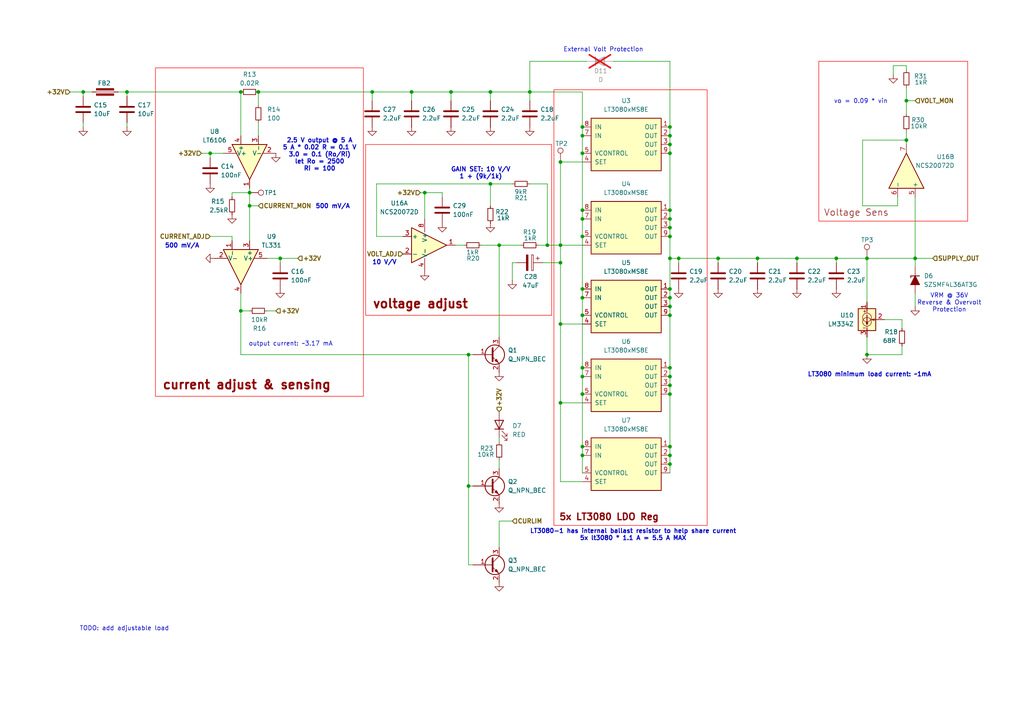
<source format=kicad_sch>
(kicad_sch (version 20231120) (generator "eeschema") (generator_version "8.0")
  (paper "A4")
  (lib_symbols
    (symbol "Amplifier_Current:LT6106" (pin_names (offset 0.127))
      (property "Reference" "U" (at 1.27 5.08 0))
      (property "Value" "LT6106" (at 0 -5.08 0))
      (symbol "LT6106_0_1"
        (polyline (pts (xy -5.08 5.08) (xy 5.08 0) (xy -5.08 -5.08) (xy -5.08 5.08)) (stroke (width 0.254)) (fill (type background)))
      )
      (symbol "LT6106_1_1"
        (pin open_collector line (at 7.62 0 180) (length 2.54) (name "~") (number "1"))
        (pin power_in line (at -2.54 -7.62 90) (length 3.81) (name "V-") (number "2"))
        (pin input line (at -7.62 -2.54 0) (length 2.54) (name "-") (number "3"))
        (pin input line (at -7.62 2.54 0) (length 2.54) (name "+") (number "4"))
        (pin power_in line (at -2.54 7.62 270) (length 3.81) (name "V+") (number "5"))
      )
    )
    (symbol "Amplifier_Operational:NCS20072D" (pin_names (offset 0.127))
      (property "Reference" "U" (at 2.54 6.35 0))
      (property "Value" "NCS20072D" (at 2.54 3.81 0))
      (symbol "NCS20072D_1_1"
        (polyline (pts (xy 5.08 0) (xy -5.08 5.08) (xy -5.08 -5.08) (xy 5.08 0)) (stroke (width 0.254)) (fill (type background)))
        (pin output line (at 7.62 0 180) (length 2.54) (name "~") (number "1"))
        (pin input line (at -7.62 -2.54 0) (length 2.54) (name "-") (number "2"))
        (pin input line (at -7.62 2.54 0) (length 2.54) (name "+") (number "3"))
      )
      (symbol "NCS20072D_2_1"
        (polyline (pts (xy 5.08 0) (xy -5.08 5.08) (xy -5.08 -5.08) (xy 5.08 0)) (stroke (width 0.254)) (fill (type background)))
        (pin input line (at -7.62 2.54 0) (length 2.54) (name "+") (number "5"))
        (pin input line (at -7.62 -2.54 0) (length 2.54) (name "-") (number "6"))
        (pin output line (at 7.62 0 180) (length 2.54) (name "~") (number "7"))
      )
      (symbol "NCS20072D_3_1"
        (pin power_in line (at 0 -7.62 90) (length 3.81) (name "V-") (number "4"))
        (pin power_in line (at 0 7.62 270) (length 3.81) (name "V+") (number "8"))
      )
    )
    (symbol "Comparator:TL331" (pin_names (offset 0.127))
      (property "Reference" "U" (at 1.27 5.08 0))
      (property "Value" "TL331" (at 3.81 -5.08 0))
      (symbol "TL331_0_1"
        (polyline (pts (xy -5.08 5.08) (xy 5.08 0) (xy -5.08 -5.08) (xy -5.08 5.08)) (stroke (width 0.254)) (fill (type background)))
      )
      (symbol "TL331_1_1"
        (pin input line (at -7.62 -2.54 0) (length 2.54) (name "-") (number "1"))
        (pin power_in line (at -2.54 -7.62 90) (length 3.81) (name "V-") (number "2"))
        (pin input line (at -7.62 2.54 0) (length 2.54) (name "+") (number "3"))
        (pin open_collector line (at 7.62 0 180) (length 2.54) (name "~") (number "4"))
        (pin power_in line (at -2.54 7.62 270) (length 3.81) (name "V+") (number "5"))
      )
    )
    (symbol "Connector:TestPoint" (pin_numbers hide) (pin_names (offset 0.762) hide)
      (property "Reference" "TP" (at 0 6.858 0))
      (property "Value" "TestPoint" (at 0 5.08 0))
      (symbol "TestPoint_0_1"
        (circle (center 0 3.302) (radius 0.762))
      )
      (symbol "TestPoint_1_1"
        (pin passive line (at 0 0 90) (length 2.54) (name "1") (number "1"))
      )
    )
    (symbol "Device:C" (pin_numbers hide) (pin_names (offset 0.254))
      (property "Reference" "C" (at 0.635 2.54 0))
      (property "Value" "C" (at 0.635 -2.54 0))
      (symbol "C_0_1"
        (polyline (pts (xy -2.032 -0.762) (xy 2.032 -0.762)) (stroke (width 0.508)))
        (polyline (pts (xy -2.032 0.762) (xy 2.032 0.762)) (stroke (width 0.508)))
      )
      (symbol "C_1_1"
        (pin passive line (at 0 3.81 270) (length 2.794) (name "~") (number "1"))
        (pin passive line (at 0 -3.81 90) (length 2.794) (name "~") (number "2"))
      )
    )
    (symbol "Device:C_Polarized" (pin_numbers hide) (pin_names (offset 0.254))
      (property "Reference" "C" (at 0.635 2.54 0))
      (property "Value" "C_Polarized" (at 0.635 -2.54 0))
      (symbol "C_Polarized_0_1"
        (rectangle (start -2.286 0.508) (end 2.286 1.016))
        (polyline (pts (xy -1.778 2.286) (xy -0.762 2.286)))
        (polyline (pts (xy -1.27 2.794) (xy -1.27 1.778)))
        (rectangle (start 2.286 -0.508) (end -2.286 -1.016) (fill (type outline)))
      )
      (symbol "C_Polarized_1_1"
        (pin passive line (at 0 3.81 270) (length 2.794) (name "~") (number "1"))
        (pin passive line (at 0 -3.81 90) (length 2.794) (name "~") (number "2"))
      )
    )
    (symbol "Device:D" (pin_numbers hide) (pin_names (offset 1.016) hide)
      (property "Reference" "D" (at 0 2.54 0))
      (property "Value" "D" (at 0 -2.54 0))
      (symbol "D_0_1"
        (polyline (pts (xy -1.27 1.27) (xy -1.27 -1.27)) (stroke (width 0.254)))
        (polyline (pts (xy 1.27 0) (xy -1.27 0)))
        (polyline (pts (xy 1.27 1.27) (xy 1.27 -1.27) (xy -1.27 0) (xy 1.27 1.27)) (stroke (width 0.254)))
      )
      (symbol "D_1_1"
        (pin passive line (at -3.81 0 0) (length 2.54) (name "K") (number "1"))
        (pin passive line (at 3.81 0 180) (length 2.54) (name "A") (number "2"))
      )
    )
    (symbol "Device:LED" (pin_numbers hide) (pin_names (offset 1.016) hide)
      (property "Reference" "D" (at 0 2.54 0))
      (property "Value" "LED" (at 0 -2.54 0))
      (symbol "LED_0_1"
        (polyline (pts (xy -1.27 -1.27) (xy -1.27 1.27)) (stroke (width 0.254)))
        (polyline (pts (xy -1.27 0) (xy 1.27 0)))
        (polyline (pts (xy 1.27 -1.27) (xy 1.27 1.27) (xy -1.27 0) (xy 1.27 -1.27)) (stroke (width 0.254)))
        (polyline (pts (xy -3.048 -0.762) (xy -4.572 -2.286) (xy -3.81 -2.286) (xy -4.572 -2.286) (xy -4.572 -1.524)))
        (polyline (pts (xy -1.778 -0.762) (xy -3.302 -2.286) (xy -2.54 -2.286) (xy -3.302 -2.286) (xy -3.302 -1.524)))
      )
      (symbol "LED_1_1"
        (pin passive line (at -3.81 0 0) (length 2.54) (name "K") (number "1"))
        (pin passive line (at 3.81 0 180) (length 2.54) (name "A") (number "2"))
      )
    )
    (symbol "Device:Q_NPN_BEC" (pin_names (offset 0) hide)
      (property "Reference" "Q" (at 5.08 1.27 0))
      (property "Value" "Q_NPN_BEC" (at 5.08 -1.27 0))
      (symbol "Q_NPN_BEC_0_1"
        (polyline (pts (xy 0.635 0.635) (xy 2.54 2.54)))
        (polyline (pts (xy 0.635 -0.635) (xy 2.54 -2.54) (xy 2.54 -2.54)))
        (polyline (pts (xy 0.635 1.905) (xy 0.635 -1.905) (xy 0.635 -1.905)) (stroke (width 0.508)))
        (polyline (pts (xy 1.27 -1.778) (xy 1.778 -1.27) (xy 2.286 -2.286) (xy 1.27 -1.778) (xy 1.27 -1.778)) (fill (type outline)))
        (circle (center 1.27 0) (radius 2.8194) (stroke (width 0.254)))
      )
      (symbol "Q_NPN_BEC_1_1"
        (pin input line (at -5.08 0 0) (length 5.715) (name "B") (number "1"))
        (pin passive line (at 2.54 -5.08 90) (length 2.54) (name "E") (number "2"))
        (pin passive line (at 2.54 5.08 270) (length 2.54) (name "C") (number "3"))
      )
    )
    (symbol "Device:R_Small" (pin_numbers hide) (pin_names (offset 0.254) hide)
      (property "Reference" "R" (at 0.762 0.508 0))
      (property "Value" "R_Small" (at 0.762 -1.016 0))
      (symbol "R_Small_0_1"
        (rectangle (start -0.762 1.778) (end 0.762 -1.778) (stroke (width 0.2032)))
      )
      (symbol "R_Small_1_1"
        (pin passive line (at 0 2.54 270) (length 0.762) (name "~") (number "1"))
        (pin passive line (at 0 -2.54 90) (length 0.762) (name "~") (number "2"))
      )
    )
    (symbol "PCM_Device_AKL:Ferrite_Bead" (pin_numbers hide) (pin_names (offset 0))
      (property "Reference" "FB" (at 0 4.572 0))
      (property "Value" "Ferrite_Bead" (at 0 3.175 0))
      (symbol "Ferrite_Bead_0_1"
        (rectangle (start -2.54 1.016) (end 2.54 0.508) (fill (type outline)))
        (polyline (pts (xy 2.54 0) (xy -2.54 0)))
      )
      (symbol "Ferrite_Bead_1_1"
        (rectangle (start -2.54 -0.508) (end 2.54 -1.016) (fill (type outline)))
        (pin passive line (at -3.81 0 0) (length 1.27) (name "~") (number "1"))
        (pin passive line (at 3.81 0 180) (length 1.27) (name "~") (number "2"))
      )
    )
    (symbol "PCM_Diode_TVS_AKL:D_TVS_Unidirectional_Generic" (pin_numbers hide) (pin_names (offset 1.016) hide)
      (property "Reference" "D" (at 0 5.08 0))
      (property "Value" "D_TVS_Unidirectional_Generic" (at 0 2.54 0))
      (symbol "D_TVS_Unidirectional_Generic_0_1"
        (polyline (pts (xy -1.27 0) (xy 1.27 0)))
        (polyline (pts (xy 1.27 -1.27) (xy 1.27 1.27)) (stroke (width 0.254)))
        (polyline (pts (xy 1.27 1.27) (xy 0.762 1.27)) (stroke (width 0.254)))
        (polyline (pts (xy -1.27 1.27) (xy -1.27 -1.27) (xy 1.27 0) (xy -1.27 1.27)) (stroke (width 0.254)) (fill (type outline)))
      )
      (symbol "D_TVS_Unidirectional_Generic_1_1"
        (pin passive line (at 3.81 0 180) (length 2.54) (name "K") (number "1"))
        (pin passive line (at -3.81 0 0) (length 2.54) (name "A") (number "2"))
      )
    )
    (symbol "Reference_Current:LM334Z"
      (property "Reference" "U" (at 0.635 6.35 0))
      (property "Value" "LM334Z" (at 0.635 4.445 0))
      (symbol "LM334Z_0_1"
        (rectangle (start -2.54 3.175) (end 2.54 -3.175) (stroke (width 0.254)) (fill (type background)))
        (circle (center 0 -0.635) (radius 1.27))
        (polyline (pts (xy -1.143 -2.413) (xy -0.381 -2.413)))
        (polyline (pts (xy -1.016 2.413) (xy -0.254 2.413)))
        (polyline (pts (xy -0.635 2.794) (xy -0.635 2.032)))
        (polyline (pts (xy 0 -1.905) (xy 0 -5.08)))
        (polyline (pts (xy 0 1.397) (xy 0 -1.397)) (stroke (width 0.254)))
        (polyline (pts (xy 0 5.08) (xy 0 1.905)))
        (polyline (pts (xy 2.54 0) (xy 1.27 0)))
        (polyline (pts (xy 0 -1.397) (xy -0.254 -0.889) (xy 0.254 -0.889) (xy 0 -1.397)) (stroke (width 0.254)))
        (polyline (pts (xy 1.27 0) (xy 2.159 0.254) (xy 2.159 -0.254) (xy 1.27 0)))
        (circle (center 0 0.635) (radius 1.27))
      )
      (symbol "LM334Z_1_1"
        (pin passive line (at 0 5.08 270) (length 2.54) (name "~") (number "1"))
        (pin passive line (at 5.08 0 180) (length 2.54) (name "~") (number "2"))
        (pin passive line (at 0 -5.08 90) (length 2.54) (name "~") (number "3"))
      )
    )
    (symbol "Regulator_Linear:LT3080xMS8E" (pin_names (offset 1.016))
      (property "Reference" "U" (at -8.89 9.144 0))
      (property "Value" "LT3080xMS8E" (at 10.414 9.144 0))
      (symbol "LT3080xMS8E_0_1"
        (rectangle (start -10.16 7.62) (end 10.16 -7.62) (stroke (width 0.254)) (fill (type background)))
      )
      (symbol "LT3080xMS8E_1_1"
        (pin power_out line (at 12.7 5.08 180) (length 2.54) (name "OUT") (number "1"))
        (pin power_out line (at 12.7 2.54 180) (length 2.54) (name "OUT") (number "2"))
        (pin power_out line (at 12.7 0 180) (length 2.54) (name "OUT") (number "3"))
        (pin input line (at -12.7 -5.08 0) (length 2.54) (name "SET") (number "4"))
        (pin input line (at -12.7 -2.54 0) (length 2.54) (name "VCONTROL") (number "5"))
        (pin no_connect line (at -10.16 0 0) (length 2.54) hide (name "NC") (number "6"))
        (pin power_in line (at -12.7 2.54 0) (length 2.54) (name "IN") (number "7"))
        (pin power_in line (at -12.7 5.08 0) (length 2.54) (name "IN") (number "8"))
        (pin power_out line (at 12.7 -2.54 180) (length 2.54) (name "OUT") (number "9"))
      )
    )
    (symbol "power:GND" (power) (pin_numbers hide) (pin_names (offset 0) hide)
      (property "Value" "GND" (at 0 -3.81 0))
      (symbol "GND_0_1"
        (polyline (pts (xy 0 0) (xy 0 -1.27) (xy 1.27 -1.27) (xy 0 -2.54) (xy -1.27 -1.27) (xy 0 -1.27)))
      )
      (symbol "GND_1_1"
        (pin power_in line (at 0 0 270) (length 0) (name "~") (number "1"))
      )
    )
  )
  (junction (at 194.31 44.45))
  (junction (at 135.89 102.87))
  (junction (at 142.24 26.67))
  (junction (at 194.31 88.9))
  (junction (at 194.31 91.44))
  (junction (at 123.19 55.88))
  (junction (at 194.31 106.68))
  (junction (at 194.31 114.3))
  (junction (at 81.28 74.93))
  (junction (at 262.89 40.64))
  (junction (at 142.24 53.34))
  (junction (at 194.31 129.54))
  (junction (at 162.56 71.12))
  (junction (at 119.38 26.67))
  (junction (at 158.75 71.12))
  (junction (at 194.31 63.5))
  (junction (at 262.89 29.21))
  (junction (at 194.31 39.37))
  (junction (at 219.71 74.93))
  (junction (at 194.31 60.96))
  (junction (at 168.91 44.45))
  (junction (at 69.85 90.17))
  (junction (at 194.31 132.08))
  (junction (at 60.96 44.45))
  (junction (at 168.91 36.83))
  (junction (at 194.31 41.91))
  (junction (at 251.46 102.87))
  (junction (at 24.13 26.67))
  (junction (at 168.91 63.5))
  (junction (at 168.91 114.3))
  (junction (at 168.91 60.96))
  (junction (at 72.39 59.69))
  (junction (at 153.67 26.67))
  (junction (at 69.85 26.67))
  (junction (at 194.31 109.22))
  (junction (at 168.91 109.22))
  (junction (at 168.91 91.44))
  (junction (at 144.78 71.12))
  (junction (at 265.43 74.93))
  (junction (at 251.46 74.93))
  (junction (at 231.14 74.93))
  (junction (at 168.91 129.54))
  (junction (at 162.56 46.99))
  (junction (at 168.91 132.08))
  (junction (at 168.91 86.36))
  (junction (at 135.89 140.97))
  (junction (at 107.95 26.67))
  (junction (at 194.31 36.83))
  (junction (at 168.91 106.68))
  (junction (at 72.39 55.88))
  (junction (at 194.31 111.76))
  (junction (at 196.85 74.93))
  (junction (at 194.31 83.82))
  (junction (at 194.31 66.04))
  (junction (at 168.91 83.82))
  (junction (at 162.56 93.98))
  (junction (at 194.31 134.62))
  (junction (at 130.81 26.67))
  (junction (at 168.91 39.37))
  (junction (at 242.57 74.93))
  (junction (at 194.31 86.36))
  (junction (at 162.56 76.2))
  (junction (at 194.31 74.93))
  (junction (at 36.83 26.67))
  (junction (at 162.56 116.84))
  (junction (at 208.28 74.93))
  (junction (at 194.31 68.58))
  (junction (at 74.93 26.67))
  (junction (at 168.91 68.58))
  (wire (pts (xy 194.31 68.58) (xy 194.31 74.93)))
  (wire (pts (xy 168.91 106.68) (xy 168.91 109.22)))
  (wire (pts (xy 121.92 55.88) (xy 123.19 55.88)))
  (wire (pts (xy 153.67 26.67) (xy 153.67 29.21)))
  (wire (pts (xy 148.59 81.28) (xy 148.59 76.2)))
  (wire (pts (xy 196.85 74.93) (xy 196.85 76.2)))
  (wire (pts (xy 261.62 95.25) (xy 261.62 92.71)))
  (wire (pts (xy 74.93 35.56) (xy 74.93 39.37)))
  (wire (pts (xy 194.31 17.78) (xy 194.31 36.83)))
  (wire (pts (xy 72.39 59.69) (xy 72.39 69.85)))
  (wire (pts (xy 162.56 116.84) (xy 162.56 139.7)))
  (wire (pts (xy 168.91 132.08) (xy 168.91 137.16)))
  (wire (pts (xy 168.91 86.36) (xy 168.91 91.44)))
  (wire (pts (xy 135.89 140.97) (xy 135.89 163.83)))
  (wire (pts (xy 139.7 71.12) (xy 144.78 71.12)))
  (wire (pts (xy 123.19 55.88) (xy 123.19 63.5)))
  (wire (pts (xy 144.78 151.13) (xy 148.59 151.13)))
  (wire (pts (xy 194.31 111.76) (xy 194.31 114.3)))
  (wire (pts (xy 168.91 91.44) (xy 168.91 106.68)))
  (wire (pts (xy 144.78 158.75) (xy 144.78 151.13)))
  (wire (pts (xy 69.85 90.17) (xy 72.39 90.17)))
  (wire (pts (xy 194.31 134.62) (xy 194.31 137.16)))
  (wire (pts (xy 144.78 127) (xy 144.78 128.27)))
  (wire (pts (xy 36.83 26.67) (xy 69.85 26.67)))
  (wire (pts (xy 262.89 19.05) (xy 259.08 19.05)))
  (wire (pts (xy 194.31 83.82) (xy 194.31 86.36)))
  (wire (pts (xy 168.91 68.58) (xy 168.91 83.82)))
  (wire (pts (xy 107.95 26.67) (xy 119.38 26.67)))
  (wire (pts (xy 168.91 109.22) (xy 168.91 114.3)))
  (wire (pts (xy 265.43 74.93) (xy 270.51 74.93)))
  (wire (pts (xy 251.46 74.93) (xy 265.43 74.93)))
  (wire (pts (xy 260.35 57.15) (xy 260.35 59.69)))
  (wire (pts (xy 251.46 97.79) (xy 251.46 102.87)))
  (wire (pts (xy 208.28 74.93) (xy 208.28 76.2)))
  (wire (pts (xy 20.32 26.67) (xy 24.13 26.67)))
  (wire (pts (xy 251.46 102.87) (xy 261.62 102.87)))
  (wire (pts (xy 194.31 86.36) (xy 194.31 88.9)))
  (wire (pts (xy 34.29 26.67) (xy 36.83 26.67)))
  (wire (pts (xy 162.56 116.84) (xy 168.91 116.84)))
  (wire (pts (xy 81.28 76.2) (xy 81.28 74.93)))
  (wire (pts (xy 60.96 44.45) (xy 60.96 45.72)))
  (wire (pts (xy 194.31 109.22) (xy 194.31 111.76)))
  (wire (pts (xy 265.43 29.21) (xy 262.89 29.21)))
  (wire (pts (xy 60.96 44.45) (xy 64.77 44.45)))
  (wire (pts (xy 242.57 74.93) (xy 242.57 76.2)))
  (wire (pts (xy 162.56 46.99) (xy 168.91 46.99)))
  (wire (pts (xy 162.56 71.12) (xy 162.56 76.2)))
  (wire (pts (xy 24.13 26.67) (xy 26.67 26.67)))
  (wire (pts (xy 153.67 26.67) (xy 168.91 26.67)))
  (wire (pts (xy 168.91 60.96) (xy 168.91 63.5)))
  (wire (pts (xy 148.59 76.2) (xy 149.86 76.2)))
  (wire (pts (xy 107.95 26.67) (xy 107.95 29.21)))
  (wire (pts (xy 242.57 74.93) (xy 251.46 74.93)))
  (wire (pts (xy 196.85 74.93) (xy 208.28 74.93)))
  (wire (pts (xy 194.31 39.37) (xy 194.31 41.91)))
  (wire (pts (xy 109.22 53.34) (xy 109.22 68.58)))
  (wire (pts (xy 135.89 163.83) (xy 137.16 163.83)))
  (wire (pts (xy 262.89 40.64) (xy 262.89 41.91)))
  (wire (pts (xy 208.28 74.93) (xy 219.71 74.93)))
  (wire (pts (xy 74.93 59.69) (xy 72.39 59.69)))
  (wire (pts (xy 144.78 133.35) (xy 144.78 135.89)))
  (wire (pts (xy 194.31 66.04) (xy 194.31 68.58)))
  (wire (pts (xy 168.91 44.45) (xy 168.91 60.96)))
  (wire (pts (xy 162.56 71.12) (xy 168.91 71.12)))
  (wire (pts (xy 77.47 90.17) (xy 80.01 90.17)))
  (wire (pts (xy 162.56 46.99) (xy 162.56 71.12)))
  (wire (pts (xy 265.43 85.09) (xy 265.43 88.9)))
  (wire (pts (xy 60.96 68.58) (xy 67.31 68.58)))
  (wire (pts (xy 135.89 102.87) (xy 137.16 102.87)))
  (wire (pts (xy 135.89 140.97) (xy 137.16 140.97)))
  (wire (pts (xy 158.75 71.12) (xy 162.56 71.12)))
  (wire (pts (xy 67.31 57.15) (xy 67.31 55.88)))
  (wire (pts (xy 259.08 19.05) (xy 259.08 21.59)))
  (wire (pts (xy 109.22 53.34) (xy 142.24 53.34)))
  (wire (pts (xy 168.91 39.37) (xy 168.91 44.45)))
  (wire (pts (xy 162.56 93.98) (xy 168.91 93.98)))
  (wire (pts (xy 144.78 71.12) (xy 151.13 71.12)))
  (wire (pts (xy 144.78 71.12) (xy 144.78 97.79)))
  (wire (pts (xy 128.27 55.88) (xy 128.27 57.15)))
  (wire (pts (xy 168.91 129.54) (xy 168.91 132.08)))
  (wire (pts (xy 119.38 26.67) (xy 130.81 26.67)))
  (wire (pts (xy 158.75 53.34) (xy 158.75 71.12)))
  (wire (pts (xy 168.91 83.82) (xy 168.91 86.36)))
  (wire (pts (xy 168.91 114.3) (xy 168.91 129.54)))
  (wire (pts (xy 69.85 85.09) (xy 69.85 90.17)))
  (wire (pts (xy 168.91 63.5) (xy 168.91 68.58)))
  (wire (pts (xy 67.31 55.88) (xy 72.39 55.88)))
  (wire (pts (xy 265.43 74.93) (xy 265.43 77.47)))
  (wire (pts (xy 69.85 90.17) (xy 69.85 102.87)))
  (wire (pts (xy 262.89 20.32) (xy 262.89 19.05)))
  (wire (pts (xy 135.89 102.87) (xy 135.89 140.97)))
  (wire (pts (xy 162.56 139.7) (xy 168.91 139.7)))
  (wire (pts (xy 130.81 26.67) (xy 130.81 29.21)))
  (wire (pts (xy 36.83 35.56) (xy 36.83 36.83)))
  (wire (pts (xy 162.56 93.98) (xy 162.56 116.84)))
  (wire (pts (xy 194.31 132.08) (xy 194.31 134.62)))
  (wire (pts (xy 194.31 44.45) (xy 194.31 60.96)))
  (wire (pts (xy 142.24 53.34) (xy 142.24 59.69)))
  (wire (pts (xy 142.24 26.67) (xy 142.24 29.21)))
  (wire (pts (xy 168.91 36.83) (xy 168.91 39.37)))
  (wire (pts (xy 250.19 40.64) (xy 262.89 40.64)))
  (wire (pts (xy 156.21 71.12) (xy 158.75 71.12)))
  (wire (pts (xy 142.24 26.67) (xy 153.67 26.67)))
  (wire (pts (xy 123.19 55.88) (xy 128.27 55.88)))
  (wire (pts (xy 69.85 26.67) (xy 69.85 39.37)))
  (wire (pts (xy 69.85 102.87) (xy 135.89 102.87)))
  (wire (pts (xy 86.36 74.93) (xy 81.28 74.93)))
  (wire (pts (xy 168.91 26.67) (xy 168.91 36.83)))
  (wire (pts (xy 194.31 60.96) (xy 194.31 63.5)))
  (wire (pts (xy 262.89 38.1) (xy 262.89 40.64)))
  (wire (pts (xy 194.31 114.3) (xy 194.31 129.54)))
  (wire (pts (xy 81.28 74.93) (xy 77.47 74.93)))
  (wire (pts (xy 194.31 88.9) (xy 194.31 91.44)))
  (wire (pts (xy 74.93 26.67) (xy 74.93 30.48)))
  (wire (pts (xy 24.13 36.83) (xy 24.13 35.56)))
  (wire (pts (xy 262.89 29.21) (xy 262.89 33.02)))
  (wire (pts (xy 72.39 55.88) (xy 72.39 54.61)))
  (wire (pts (xy 231.14 74.93) (xy 242.57 74.93)))
  (wire (pts (xy 74.93 26.67) (xy 107.95 26.67)))
  (wire (pts (xy 58.42 44.45) (xy 60.96 44.45)))
  (wire (pts (xy 153.67 53.34) (xy 158.75 53.34)))
  (wire (pts (xy 142.24 53.34) (xy 148.59 53.34)))
  (wire (pts (xy 194.31 74.93) (xy 196.85 74.93)))
  (wire (pts (xy 162.56 76.2) (xy 162.56 93.98)))
  (wire (pts (xy 219.71 74.93) (xy 219.71 76.2)))
  (wire (pts (xy 219.71 74.93) (xy 231.14 74.93)))
  (wire (pts (xy 194.31 91.44) (xy 194.31 106.68)))
  (wire (pts (xy 132.08 71.12) (xy 134.62 71.12)))
  (wire (pts (xy 194.31 106.68) (xy 194.31 109.22)))
  (wire (pts (xy 119.38 26.67) (xy 119.38 29.21)))
  (wire (pts (xy 157.48 76.2) (xy 162.56 76.2)))
  (wire (pts (xy 262.89 25.4) (xy 262.89 29.21)))
  (wire (pts (xy 36.83 26.67) (xy 36.83 27.94)))
  (wire (pts (xy 177.8 17.78) (xy 194.31 17.78)))
  (wire (pts (xy 250.19 59.69) (xy 260.35 59.69)))
  (wire (pts (xy 194.31 63.5) (xy 194.31 66.04)))
  (wire (pts (xy 72.39 55.88) (xy 72.39 59.69)))
  (wire (pts (xy 130.81 26.67) (xy 142.24 26.67)))
  (wire (pts (xy 194.31 74.93) (xy 194.31 83.82)))
  (wire (pts (xy 194.31 36.83) (xy 194.31 39.37)))
  (wire (pts (xy 170.18 17.78) (xy 153.67 17.78)))
  (wire (pts (xy 24.13 27.94) (xy 24.13 26.67)))
  (wire (pts (xy 261.62 92.71) (xy 256.54 92.71)))
  (wire (pts (xy 194.31 129.54) (xy 194.31 132.08)))
  (wire (pts (xy 153.67 17.78) (xy 153.67 26.67)))
  (wire (pts (xy 194.31 41.91) (xy 194.31 44.45)))
  (wire (pts (xy 261.62 100.33) (xy 261.62 102.87)))
  (wire (pts (xy 251.46 74.93) (xy 251.46 87.63)))
  (wire (pts (xy 109.22 68.58) (xy 116.84 68.58)))
  (wire (pts (xy 250.19 40.64) (xy 250.19 59.69)))
  (wire (pts (xy 67.31 69.85) (xy 67.31 68.58)))
  (wire (pts (xy 265.43 57.15) (xy 265.43 74.93)))
  (wire (pts (xy 231.14 74.93) (xy 231.14 76.2)))
  (text_box "5x LT3080 LDO Reg" (at 160.655 26.035 0) (size 44.45 126.365) (stroke (width 0) (color 255 0 0 1)) (effects (font (size 1.905 1.905) (bold yes)) (justify left bottom)))
  (text_box "Voltage Sens" (at 237.49 17.78 0) (size 43.18 46.355) (stroke (width 0) (color 255 0 0 1)) (effects (font (size 1.905 1.905)) (justify left bottom)))
  (text_box "current adjust & sensing" (at 45.085 19.685 0) (size 60.325 95.25) (stroke (width 0) (color 255 0 0 1)) (effects (font (size 2.54 2.54) (bold yes)) (justify left bottom)))
  (text_box "voltage adjust\n" (at 106.045 41.91 0) (size 53.975 49.53) (stroke (width 0) (color 255 0 0 1)) (effects (font (size 2.54 2.54) (bold yes)) (justify left bottom)))
  (text "2.5 V output @ 5 A\n5 A * 0.02 R = 0.1 V\n3.0 = 0.1 (Ro/Ri)\nlet Ro = 2500\nRi = 100\n\n" (at 92.71 45.974 0) (effects (font (size 1.27 1.27) (bold yes))))
  (text "10 V/V\n" (at 111.506 76.2 0) (effects (font (size 1.27 1.27) (bold yes))))
  (text "VRM @ 36V\nReverse & Overvolt\nProtection" (at 275.336 87.884 0) (effects (font (size 1.27 1.27))))
  (text "500 mV/A\n" (at 52.832 71.374 0) (effects (font (size 1.27 1.27) (bold yes))))
  (text "output current: ~3.17 mA" (at 84.328 99.822 0) (effects (font (size 1.27 1.27))))
  (text "500 mV/A\n" (at 96.52 59.944 0) (effects (font (size 1.27 1.27) (bold yes))))
  (text "External Volt Protection\n" (at 175.006 14.478 0) (effects (font (size 1.27 1.27))))
  (text "GAIN SET: 10 V/V\n1 + (9k/1k)" (at 139.446 50.292 0) (effects (font (size 1.27 1.27) (bold yes))))
  (text "vo = 0.09 * vin" (at 249.682 29.464 0) (effects (font (size 1.27 1.27))))
  (text "TODO: add adjustable load\n" (at 36.068 182.372 0) (effects (font (size 1.27 1.27))))
  (text "LT3080-1 has internal ballast resistor to help share current\n5x lt3080 * 1.1 A = 5.5 A MAX" (at 183.642 155.194 0) (effects (font (size 1.27 1.27) (bold yes))))
  (text "LT3080 minimum load current: ~1mA\n" (at 252.222 108.712 0) (effects (font (size 1.27 1.27) (bold yes))))
  (hierarchical_label "CURRENT_ADJ" (shape input) (at 60.96 68.58 180) (effects (font (bold yes))))
  (hierarchical_label "+32V" (shape input) (at 121.92 55.88 180) (effects (font (bold yes))))
  (hierarchical_label "+32V" (shape input) (at 86.36 74.93 0) (effects (font (bold yes))))
  (hierarchical_label "+32V" (shape input) (at 80.01 90.17 0) (effects (font (bold yes))))
  (hierarchical_label "CURLIM" (shape input) (at 148.59 151.13 0) (effects (font (thickness 0.254) (bold yes))))
  (hierarchical_label "+32V" (shape input) (at 58.42 44.45 180) (effects (font (bold yes))))
  (hierarchical_label "VOLT_MON" (shape input) (at 265.43 29.21 0) (effects (font (thickness 0.254) (bold yes))))
  (hierarchical_label "SUPPLY_OUT" (shape input) (at 270.51 74.93 0) (effects (font (bold yes))))
  (hierarchical_label "CURRENT_MON" (shape input) (at 74.93 59.69 0) (effects (font (thickness 0.254) (bold yes))))
  (hierarchical_label "+32V" (shape input) (at 144.78 119.38 90) (effects (font (bold yes))))
  (hierarchical_label "VOLT_ADJ" (shape input) (at 116.84 73.66 180) (effects (font (bold yes))))
  (hierarchical_label "+32V" (shape input) (at 20.32 26.67 180) (effects (font (bold yes))))
  (symbol (lib_id "Device:Q_NPN_BEC") (at 142.24 140.97 0) (unit 1)
    (property "Reference" "Q2" (at 147.32 139.6999 0) (effects (justify left)))
    (property "Value" "Q_NPN_BEC" (at 147.32 142.2399 0) (effects (justify left)))
    (property "Description" "NPN transistor, base/emitter/collector" (effects (hide yes)))
  )
  (symbol (lib_id "Connector:TestPoint") (at 162.56 46.99 0) (unit 1)
    (property "Reference" "TP2" (at 161.036 41.656 0) (effects (justify left)))
    (property "Value" "voltage_set" (effects (hide yes)))
    (property "Description" "test point" (effects (hide yes)))
  )
  (symbol (lib_id "power:GND") (at 219.71 83.82 0) (unit 1)
    (property "Reference" "#PWR036" (effects (hide yes)))
    (property "Value" "GND" (effects (hide yes)))
    (property "Description" "Power symbol creates a global label with name \"GND\" , ground" (effects (hide yes)))
  )
  (symbol (lib_id "Device:C") (at 196.85 80.01 0) (unit 1)
    (property "Reference" "C19" (at 199.898 78.74 0) (effects (justify left)))
    (property "Value" "2.2uF" (at 199.898 81.28 0) (effects (justify left)))
    (property "Description" "Unpolarized capacitor" (effects (hide yes)))
  )
  (symbol (lib_id "Amplifier_Operational:NCS20072D") (at 124.46 71.12 0) (unit 1)
    (property "Reference" "U16" (at 115.824 58.928 0))
    (property "Value" "NCS20072D" (at 115.824 61.468 0))
    (property "Footprint" "Package_SO:SOIC-8_3.9x4.9mm_P1.27mm" (effects (hide yes)))
    (property "Datasheet" "https://www.onsemi.com/pub/Collateral/NCS20071-D.PDF" (effects (hide yes)))
    (property "Description" "Dual, 2.8V/µs, Rail-to-Rail Output, SOIC-8" (effects (hide yes)))
  )
  (symbol (lib_id "Device:R_Small") (at 261.62 97.79 180) (unit 1)
    (property "Reference" "R18" (at 256.54 96.266 0) (effects (justify right)))
    (property "Value" "68R" (at 256.032 98.806 0) (effects (justify right)))
    (property "Description" "Resistor, small symbol" (effects (hide yes)))
  )
  (symbol (lib_id "power:GND") (at 119.38 36.83 0) (unit 1)
    (property "Reference" "#PWR030" (effects (hide yes)))
    (property "Value" "GND" (effects (hide yes)))
    (property "Description" "Power symbol creates a global label with name \"GND\" , ground" (effects (hide yes)))
  )
  (symbol (lib_id "Device:C") (at 107.95 33.02 0) (unit 1)
    (property "Reference" "C27" (at 110.998 31.75 0) (effects (justify left)))
    (property "Value" "2.2uF" (at 110.998 34.29 0) (effects (justify left)))
    (property "Description" "Unpolarized capacitor" (effects (hide yes)))
  )
  (symbol (lib_id "Device:R_Small") (at 153.67 71.12 90) (unit 1)
    (property "Reference" "R19" (at 151.638 67.31 90) (effects (justify right)))
    (property "Value" "1kR" (at 151.892 69.088 90) (effects (justify right)))
    (property "Description" "Resistor, small symbol" (effects (hide yes)))
  )
  (symbol (lib_id "power:GND") (at 80.01 44.45 0) (unit 1)
    (property "Reference" "#PWR019" (effects (hide yes)))
    (property "Value" "GND" (effects (hide yes)))
    (property "Description" "Power symbol creates a global label with name \"GND\" , ground" (effects (hide yes)))
  )
  (symbol (lib_id "Device:R_Small") (at 151.13 53.34 270) (unit 1)
    (property "Reference" "R21" (at 153.162 57.404 90) (effects (justify right)))
    (property "Value" "9kR" (at 152.908 55.626 90) (effects (justify right)))
    (property "Description" "Resistor, small symbol" (effects (hide yes)))
  )
  (symbol (lib_id "PCM_Diode_TVS_AKL:D_TVS_Unidirectional_Generic") (at 265.43 81.28 90) (unit 1)
    (property "Reference" "D6" (at 267.97 80.0099 90) (effects (justify right)))
    (property "Value" " SZSMF4L36AT3G" (at 266.954 82.55 90) (effects (justify right)))
    (property "Description" "Unidirectional TVS diode, Generic symbol, Alternate KiCAD Library" (effects (hide yes)))
  )
  (symbol (lib_id "Device:R_Small") (at 262.89 35.56 0) (unit 1)
    (property "Reference" "R30" (at 268.224 34.798 0) (effects (justify right)))
    (property "Value" "10kR" (at 268.986 36.576 0) (effects (justify right)))
    (property "Description" "Resistor, small symbol" (effects (hide yes)))
  )
  (symbol (lib_id "Device:C") (at 60.96 49.53 0) (unit 1)
    (property "Reference" "C14" (at 64.008 48.26 0) (effects (justify left)))
    (property "Value" "100nF" (at 64.008 50.8 0) (effects (justify left)))
    (property "Description" "Unpolarized capacitor" (effects (hide yes)))
  )
  (symbol (lib_id "power:GND") (at 142.24 64.77 0) (unit 1)
    (property "Reference" "#PWR042" (effects (hide yes)))
    (property "Value" "GND" (effects (hide yes)))
    (property "Description" "Power symbol creates a global label with name \"GND\" , ground" (effects (hide yes)))
  )
  (symbol (lib_id "power:GND") (at 60.96 53.34 0) (unit 1)
    (property "Reference" "#PWR023" (effects (hide yes)))
    (property "Value" "GND" (effects (hide yes)))
    (property "Description" "Power symbol creates a global label with name \"GND\" , ground" (effects (hide yes)))
  )
  (symbol (lib_id "power:GND") (at 231.14 83.82 0) (unit 1)
    (property "Reference" "#PWR035" (effects (hide yes)))
    (property "Value" "GND" (effects (hide yes)))
    (property "Description" "Power symbol creates a global label with name \"GND\" , ground" (effects (hide yes)))
  )
  (symbol (lib_id "power:GND") (at 265.43 88.9 0) (unit 1)
    (property "Reference" "#PWR027" (effects (hide yes)))
    (property "Value" "GND" (effects (hide yes)))
    (property "Description" "Power symbol creates a global label with name \"GND\" , ground" (effects (hide yes)))
  )
  (symbol (lib_id "Device:D") (at 173.99 17.78 0) (unit 1) (dnp yes)
    (property "Reference" "D11" (at 174.244 20.574 0))
    (property "Value" "D" (at 174.244 23.114 0))
    (property "Description" "Diode" (effects (hide yes)))
    (property "Sim.Device" "D" (effects (hide yes)))
    (property "Sim.Pins" "1=K 2=A" (effects (hide yes)))
  )
  (symbol (lib_id "power:GND") (at 24.13 36.83 0) (unit 1)
    (property "Reference" "#PWR020" (effects (hide yes)))
    (property "Value" "GND" (effects (hide yes)))
    (property "Description" "Power symbol creates a global label with name \"GND\" , ground" (effects (hide yes)))
  )
  (symbol (lib_id "Amplifier_Operational:NCS20072D") (at 123.19 71.12 0) (unit 3)
    (property "Reference" "U16" (effects (hide yes)))
    (property "Value" "NCS20072D" (effects (hide yes)))
    (property "Footprint" "Package_SO:SOIC-8_3.9x4.9mm_P1.27mm" (effects (hide yes)))
    (property "Datasheet" "https://www.onsemi.com/pub/Collateral/NCS20071-D.PDF" (effects (hide yes)))
    (property "Description" "Dual, 2.8V/µs, Rail-to-Rail Output, SOIC-8" (effects (hide yes)))
  )
  (symbol (lib_id "Regulator_Linear:LT3080xMS8E") (at 181.61 134.62 0) (unit 1)
    (property "Reference" "U7" (at 181.61 121.92 0))
    (property "Value" "LT3080xMS8E" (at 181.61 124.46 0))
    (property "Footprint" "Package_SO:MSOP-8-1EP_3x3mm_P0.65mm_EP1.68x1.88mm" (effects (hide yes)))
    (property "Datasheet" "https://www.analog.com/media/en/technical-documentation/data-sheets/3080fc.pdf" (effects (hide yes)))
    (property "Description" "Adjustable 1.1A Single Resistor Low Dropout Regulator, MSOP-8" (effects (hide yes)))
  )
  (symbol (lib_id "power:GND") (at 144.78 146.05 0) (unit 1)
    (property "Reference" "#PWR043" (effects (hide yes)))
    (property "Value" "GND" (effects (hide yes)))
    (property "Description" "Power symbol creates a global label with name \"GND\" , ground" (effects (hide yes)))
  )
  (symbol (lib_id "Device:C") (at 231.14 80.01 0) (unit 1)
    (property "Reference" "C22" (at 234.188 78.74 0) (effects (justify left)))
    (property "Value" "2.2uF" (at 234.188 81.28 0) (effects (justify left)))
    (property "Description" "Unpolarized capacitor" (effects (hide yes)))
  )
  (symbol (lib_id "Amplifier_Operational:NCS20072D") (at 262.89 49.53 270) (mirror x) (unit 2)
    (property "Reference" "U16" (at 276.86 45.466 90) (effects (justify right)))
    (property "Value" "NCS20072D" (at 276.86 48.006 90) (effects (justify right)))
    (property "Footprint" "Package_SO:SOIC-8_3.9x4.9mm_P1.27mm" (effects (hide yes)))
    (property "Datasheet" "https://www.onsemi.com/pub/Collateral/NCS20071-D.PDF" (effects (hide yes)))
    (property "Description" "Dual, 2.8V/µs, Rail-to-Rail Output, SOIC-8" (effects (hide yes)))
  )
  (symbol (lib_id "Device:C") (at 130.81 33.02 0) (unit 1)
    (property "Reference" "C25" (at 133.858 31.75 0) (effects (justify left)))
    (property "Value" "2.2uF" (at 133.858 34.29 0) (effects (justify left)))
    (property "Description" "Unpolarized capacitor" (effects (hide yes)))
  )
  (symbol (lib_id "Device:C") (at 219.71 80.01 0) (unit 1)
    (property "Reference" "C21" (at 222.758 78.74 0) (effects (justify left)))
    (property "Value" "2.2uF" (at 222.758 81.28 0) (effects (justify left)))
    (property "Description" "Unpolarized capacitor" (effects (hide yes)))
  )
  (symbol (lib_id "Device:R_Small") (at 137.16 71.12 270) (unit 1)
    (property "Reference" "R20" (at 139.192 74.93 90) (effects (justify right)))
    (property "Value" "1kR" (at 138.938 73.152 90) (effects (justify right)))
    (property "Description" "Resistor, small symbol" (effects (hide yes)))
  )
  (symbol (lib_id "Device:C") (at 128.27 60.96 0) (unit 1)
    (property "Reference" "C29" (at 131.318 59.69 0) (effects (justify left)))
    (property "Value" "100nF" (at 131.318 62.23 0) (effects (justify left)))
    (property "Description" "Unpolarized capacitor" (effects (hide yes)))
  )
  (symbol (lib_id "power:GND") (at 67.31 62.23 0) (unit 1)
    (property "Reference" "#PWR021" (effects (hide yes)))
    (property "Value" "GND" (effects (hide yes)))
    (property "Description" "Power symbol creates a global label with name \"GND\" , ground" (effects (hide yes)))
  )
  (symbol (lib_id "power:GND") (at 81.28 83.82 0) (unit 1)
    (property "Reference" "#PWR024" (effects (hide yes)))
    (property "Value" "GND" (effects (hide yes)))
    (property "Description" "Power symbol creates a global label with name \"GND\" , ground" (effects (hide yes)))
  )
  (symbol (lib_id "PCM_Device_AKL:Ferrite_Bead") (at 30.48 26.67 0) (unit 1)
    (property "Reference" "FB2" (at 30.226 24.13 0))
    (property "Value" "Ferrite_Bead" (effects (hide yes)))
    (property "Description" "Ferrite bead, Alternate KiCAD Library" (effects (hide yes)))
  )
  (symbol (lib_id "Device:C") (at 119.38 33.02 0) (unit 1)
    (property "Reference" "C26" (at 122.428 31.75 0) (effects (justify left)))
    (property "Value" "2.2uF" (at 122.428 34.29 0) (effects (justify left)))
    (property "Description" "Unpolarized capacitor" (effects (hide yes)))
  )
  (symbol (lib_id "Comparator:TL331") (at 69.85 77.47 270) (unit 1)
    (property "Reference" "U9" (at 78.74 68.6114 90))
    (property "Value" "TL331" (at 78.74 71.1514 90))
    (property "Footprint" "Package_TO_SOT_SMD:SOT-23-5" (effects (hide yes)))
    (property "Datasheet" "http://www.ti.com/lit/ds/symlink/tl331.pdf" (effects (hide yes)))
    (property "Description" "Single Differential Comparator with Open-Collector Output, SOT-23-5" (effects (hide yes)))
  )
  (symbol (lib_id "power:GND") (at 208.28 83.82 0) (unit 1)
    (property "Reference" "#PWR037" (effects (hide yes)))
    (property "Value" "GND" (effects (hide yes)))
    (property "Description" "Power symbol creates a global label with name \"GND\" , ground" (effects (hide yes)))
  )
  (symbol (lib_id "Device:C") (at 81.28 80.01 0) (unit 1)
    (property "Reference" "C16" (at 84.328 78.74 0) (effects (justify left)))
    (property "Value" "100nF" (at 84.328 81.28 0) (effects (justify left)))
    (property "Description" "Unpolarized capacitor" (effects (hide yes)))
  )
  (symbol (lib_id "Device:Q_NPN_BEC") (at 142.24 163.83 0) (unit 1)
    (property "Reference" "Q3" (at 147.32 162.5599 0) (effects (justify left)))
    (property "Value" "Q_NPN_BEC" (at 147.32 165.0999 0) (effects (justify left)))
    (property "Description" "NPN transistor, base/emitter/collector" (effects (hide yes)))
  )
  (symbol (lib_id "Regulator_Linear:LT3080xMS8E") (at 181.61 111.76 0) (unit 1)
    (property "Reference" "U6" (at 181.61 99.06 0))
    (property "Value" "LT3080xMS8E" (at 181.61 101.6 0))
    (property "Footprint" "Package_SO:MSOP-8-1EP_3x3mm_P0.65mm_EP1.68x1.88mm" (effects (hide yes)))
    (property "Datasheet" "https://www.analog.com/media/en/technical-documentation/data-sheets/3080fc.pdf" (effects (hide yes)))
    (property "Description" "Adjustable 1.1A Single Resistor Low Dropout Regulator, MSOP-8" (effects (hide yes)))
  )
  (symbol (lib_id "power:GND") (at 142.24 36.83 0) (unit 1)
    (property "Reference" "#PWR032" (effects (hide yes)))
    (property "Value" "GND" (effects (hide yes)))
    (property "Description" "Power symbol creates a global label with name \"GND\" , ground" (effects (hide yes)))
  )
  (symbol (lib_id "power:GND") (at 128.27 64.77 0) (unit 1)
    (property "Reference" "#PWR041" (effects (hide yes)))
    (property "Value" "GND" (effects (hide yes)))
    (property "Description" "Power symbol creates a global label with name \"GND\" , ground" (effects (hide yes)))
  )
  (symbol (lib_id "Device:R_Small") (at 74.93 33.02 180) (unit 1)
    (property "Reference" "R14" (at 77.47 31.7499 0) (effects (justify right)))
    (property "Value" "100" (at 77.47 34.2899 0) (effects (justify right)))
    (property "Description" "Resistor, small symbol" (effects (hide yes)))
  )
  (symbol (lib_id "power:GND") (at 123.19 78.74 0) (unit 1)
    (property "Reference" "#PWR040" (effects (hide yes)))
    (property "Value" "GND" (effects (hide yes)))
    (property "Description" "Power symbol creates a global label with name \"GND\" , ground" (effects (hide yes)))
  )
  (symbol (lib_id "Device:R_Small") (at 67.31 59.69 180) (unit 1)
    (property "Reference" "R15" (at 61.214 58.42 0) (effects (justify right)))
    (property "Value" "2.5kR" (at 60.706 60.96 0) (effects (justify right)))
    (property "Description" "Resistor, small symbol" (effects (hide yes)))
  )
  (symbol (lib_id "power:GND") (at 242.57 83.82 0) (unit 1)
    (property "Reference" "#PWR034" (effects (hide yes)))
    (property "Value" "GND" (effects (hide yes)))
    (property "Description" "Power symbol creates a global label with name \"GND\" , ground" (effects (hide yes)))
  )
  (symbol (lib_id "Device:R_Small") (at 142.24 62.23 0) (unit 1)
    (property "Reference" "R22" (at 147.574 61.468 0) (effects (justify right)))
    (property "Value" "1kR" (at 147.828 63.246 0) (effects (justify right)))
    (property "Description" "Resistor, small symbol" (effects (hide yes)))
  )
  (symbol (lib_id "power:GND") (at 148.59 81.28 0) (unit 1)
    (property "Reference" "#PWR039" (effects (hide yes)))
    (property "Value" "GND" (effects (hide yes)))
    (property "Description" "Power symbol creates a global label with name \"GND\" , ground" (effects (hide yes)))
  )
  (symbol (lib_id "Regulator_Linear:LT3080xMS8E") (at 181.61 41.91 0) (unit 1)
    (property "Reference" "U3" (at 181.61 29.21 0))
    (property "Value" "LT3080xMS8E" (at 181.61 31.75 0))
    (property "Footprint" "Package_SO:MSOP-8-1EP_3x3mm_P0.65mm_EP1.68x1.88mm" (effects (hide yes)))
    (property "Datasheet" "https://www.analog.com/media/en/technical-documentation/data-sheets/3080fc.pdf" (effects (hide yes)))
    (property "Description" "Adjustable 1.1A Single Resistor Low Dropout Regulator, MSOP-8" (effects (hide yes)))
  )
  (symbol (lib_id "Regulator_Linear:LT3080xMS8E") (at 181.61 66.04 0) (unit 1)
    (property "Reference" "U4" (at 181.61 53.34 0))
    (property "Value" "LT3080xMS8E" (at 181.61 55.88 0))
    (property "Footprint" "Package_SO:MSOP-8-1EP_3x3mm_P0.65mm_EP1.68x1.88mm" (effects (hide yes)))
    (property "Datasheet" "https://www.analog.com/media/en/technical-documentation/data-sheets/3080fc.pdf" (effects (hide yes)))
    (property "Description" "Adjustable 1.1A Single Resistor Low Dropout Regulator, MSOP-8" (effects (hide yes)))
  )
  (symbol (lib_id "power:GND") (at 144.78 107.95 0) (unit 1)
    (property "Reference" "#PWR028" (effects (hide yes)))
    (property "Value" "GND" (effects (hide yes)))
    (property "Description" "Power symbol creates a global label with name \"GND\" , ground" (effects (hide yes)))
  )
  (symbol (lib_id "Amplifier_Current:LT6106") (at 72.39 46.99 90) (mirror x) (unit 1)
    (property "Reference" "U8" (at 62.23 38.1314 90))
    (property "Value" "LT6106" (at 62.23 40.6714 90))
    (property "Footprint" "Package_TO_SOT_SMD:SOT-23-5" (effects (hide yes)))
    (property "Datasheet" "https://www.analog.com/media/en/technical-documentation/data-sheets/6106fb.pdf" (effects (hide yes)))
    (property "Description" "36V Low Cost, High Side Current Sense, SOT-23-5" (effects (hide yes)))
  )
  (symbol (lib_id "Device:C") (at 153.67 33.02 0) (unit 1)
    (property "Reference" "C18" (at 156.718 31.75 0) (effects (justify left)))
    (property "Value" "2.2uF" (at 156.718 34.29 0) (effects (justify left)))
    (property "Description" "Unpolarized capacitor" (effects (hide yes)))
  )
  (symbol (lib_id "power:GND") (at 196.85 83.82 0) (unit 1)
    (property "Reference" "#PWR038" (effects (hide yes)))
    (property "Value" "GND" (effects (hide yes)))
    (property "Description" "Power symbol creates a global label with name \"GND\" , ground" (effects (hide yes)))
  )
  (symbol (lib_id "power:GND") (at 36.83 36.83 0) (unit 1)
    (property "Reference" "#PWR025" (effects (hide yes)))
    (property "Value" "GND" (effects (hide yes)))
    (property "Description" "Power symbol creates a global label with name \"GND\" , ground" (effects (hide yes)))
  )
  (symbol (lib_id "power:GND") (at 259.08 21.59 0) (unit 1)
    (property "Reference" "#PWR075" (effects (hide yes)))
    (property "Value" "GND" (effects (hide yes)))
    (property "Description" "Power symbol creates a global label with name \"GND\" , ground" (effects (hide yes)))
  )
  (symbol (lib_id "Device:Q_NPN_BEC") (at 142.24 102.87 0) (unit 1)
    (property "Reference" "Q1" (at 147.32 101.5999 0) (effects (justify left)))
    (property "Value" "Q_NPN_BEC" (at 147.32 104.1399 0) (effects (justify left)))
    (property "Description" "NPN transistor, base/emitter/collector" (effects (hide yes)))
  )
  (symbol (lib_id "power:GND") (at 144.78 168.91 0) (unit 1)
    (property "Reference" "#PWR074" (effects (hide yes)))
    (property "Value" "GND" (effects (hide yes)))
    (property "Description" "Power symbol creates a global label with name \"GND\" , ground" (effects (hide yes)))
  )
  (symbol (lib_id "power:GND") (at 153.67 36.83 0) (unit 1)
    (property "Reference" "#PWR033" (effects (hide yes)))
    (property "Value" "GND" (effects (hide yes)))
    (property "Description" "Power symbol creates a global label with name \"GND\" , ground" (effects (hide yes)))
  )
  (symbol (lib_id "Device:C") (at 142.24 33.02 0) (unit 1)
    (property "Reference" "C24" (at 145.288 31.75 0) (effects (justify left)))
    (property "Value" "2.2uF" (at 145.288 34.29 0) (effects (justify left)))
    (property "Description" "Unpolarized capacitor" (effects (hide yes)))
  )
  (symbol (lib_id "Device:C_Polarized") (at 153.67 76.2 270) (unit 1)
    (property "Reference" "C28" (at 153.924 80.264 90))
    (property "Value" "47uF" (at 153.924 82.804 90))
    (property "Description" "Polarized capacitor" (effects (hide yes)))
  )
  (symbol (lib_id "Device:LED") (at 144.78 123.19 90) (unit 1)
    (property "Reference" "D7" (at 148.59 123.5074 90) (effects (justify right)))
    (property "Value" "RED" (at 148.59 126.0474 90) (effects (justify right)))
    (property "Description" "Light emitting diode" (effects (hide yes)))
  )
  (symbol (lib_id "power:GND") (at 251.46 102.87 0) (unit 1)
    (property "Reference" "#PWR026" (effects (hide yes)))
    (property "Value" "GND" (effects (hide yes)))
    (property "Description" "Power symbol creates a global label with name \"GND\" , ground" (effects (hide yes)))
  )
  (symbol (lib_id "Device:C") (at 36.83 31.75 0) (unit 1)
    (property "Reference" "C17" (at 39.878 30.48 0) (effects (justify left)))
    (property "Value" "10uF" (at 39.878 33.02 0) (effects (justify left)))
    (property "Description" "Unpolarized capacitor" (effects (hide yes)))
  )
  (symbol (lib_id "Device:C") (at 242.57 80.01 0) (unit 1)
    (property "Reference" "C23" (at 245.618 78.74 0) (effects (justify left)))
    (property "Value" "2.2uF" (at 245.618 81.28 0) (effects (justify left)))
    (property "Description" "Unpolarized capacitor" (effects (hide yes)))
  )
  (symbol (lib_id "power:GND") (at 130.81 36.83 0) (unit 1)
    (property "Reference" "#PWR031" (effects (hide yes)))
    (property "Value" "GND" (effects (hide yes)))
    (property "Description" "Power symbol creates a global label with name \"GND\" , ground" (effects (hide yes)))
  )
  (symbol (lib_id "Regulator_Linear:LT3080xMS8E") (at 181.61 88.9 0) (unit 1)
    (property "Reference" "U5" (at 181.61 76.2 0))
    (property "Value" "LT3080xMS8E" (at 181.61 78.74 0))
    (property "Footprint" "Package_SO:MSOP-8-1EP_3x3mm_P0.65mm_EP1.68x1.88mm" (effects (hide yes)))
    (property "Datasheet" "https://www.analog.com/media/en/technical-documentation/data-sheets/3080fc.pdf" (effects (hide yes)))
    (property "Description" "Adjustable 1.1A Single Resistor Low Dropout Regulator, MSOP-8" (effects (hide yes)))
  )
  (symbol (lib_id "Device:R_Small") (at 262.89 22.86 0) (unit 1)
    (property "Reference" "R31" (at 268.986 22.098 0) (effects (justify right)))
    (property "Value" "1kR" (at 268.986 23.876 0) (effects (justify right)))
    (property "Description" "Resistor, small symbol" (effects (hide yes)))
  )
  (symbol (lib_id "power:GND") (at 107.95 36.83 0) (unit 1)
    (property "Reference" "#PWR029" (effects (hide yes)))
    (property "Value" "GND" (effects (hide yes)))
    (property "Description" "Power symbol creates a global label with name \"GND\" , ground" (effects (hide yes)))
  )
  (symbol (lib_id "Device:C") (at 24.13 31.75 0) (unit 1)
    (property "Reference" "C15" (at 27.178 30.48 0) (effects (justify left)))
    (property "Value" "10uF" (at 27.178 33.02 0) (effects (justify left)))
    (property "Description" "Unpolarized capacitor" (effects (hide yes)))
  )
  (symbol (lib_id "Device:R_Small") (at 144.78 130.81 180) (unit 1)
    (property "Reference" "R23" (at 139.192 130.048 0) (effects (justify right)))
    (property "Value" "10kR" (at 138.43 131.826 0) (effects (justify right)))
    (property "Description" "Resistor, small symbol" (effects (hide yes)))
  )
  (symbol (lib_id "Device:C") (at 208.28 80.01 0) (unit 1)
    (property "Reference" "C20" (at 211.328 78.74 0) (effects (justify left)))
    (property "Value" "2.2uF" (at 211.328 81.28 0) (effects (justify left)))
    (property "Description" "Unpolarized capacitor" (effects (hide yes)))
  )
  (symbol (lib_id "power:GND") (at 62.23 74.93 270) (unit 1)
    (property "Reference" "#PWR022" (effects (hide yes)))
    (property "Value" "GND" (effects (hide yes)))
    (property "Description" "Power symbol creates a global label with name \"GND\" , ground" (effects (hide yes)))
  )
  (symbol (lib_id "Reference_Current:LM334Z") (at 251.46 92.71 0) (unit 1)
    (property "Reference" "U10" (at 247.65 91.4399 0) (effects (justify right)))
    (property "Value" "LM334Z" (at 247.65 93.9799 0) (effects (justify right)))
    (property "Footprint" "Package_TO_SOT_THT:TO-92_Inline" (effects (hide yes)))
    (property "Datasheet" "http://www.ti.com/lit/ds/symlink/lm134.pdf" (effects (hide yes)))
    (property "Description" "1μA to 10mA 3-Terminal Adjustable Current Source, TO-92" (effects (hide yes)))
  )
  (symbol (lib_id "Connector:TestPoint") (at 72.39 55.88 270) (unit 1)
    (property "Reference" "TP1" (at 76.708 55.88 90) (effects (justify left)))
    (property "Value" "current_sense" (effects (hide yes)))
    (property "Description" "test point" (effects (hide yes)))
  )
  (symbol (lib_id "Device:R_Small") (at 72.39 26.67 90) (unit 1)
    (property "Reference" "R13" (at 72.39 21.59 90))
    (property "Value" "0.02R" (at 72.39 24.13 90))
    (property "Description" "Resistor, small symbol" (effects (hide yes)))
  )
  (symbol (lib_id "Connector:TestPoint") (at 251.46 74.93 0) (unit 1)
    (property "Reference" "TP3" (at 249.682 69.596 0) (effects (justify left)))
    (property "Value" "voltage_set" (effects (hide yes)))
    (property "Description" "test point" (effects (hide yes)))
  )
  (symbol (lib_id "Device:R_Small") (at 74.93 90.17 270) (unit 1)
    (property "Reference" "R16" (at 77.216 95.25 90) (effects (justify right)))
    (property "Value" "10kR" (at 77.724 92.71 90) (effects (justify right)))
    (property "Description" "Resistor, small symbol" (effects (hide yes)))
  )
)
</source>
